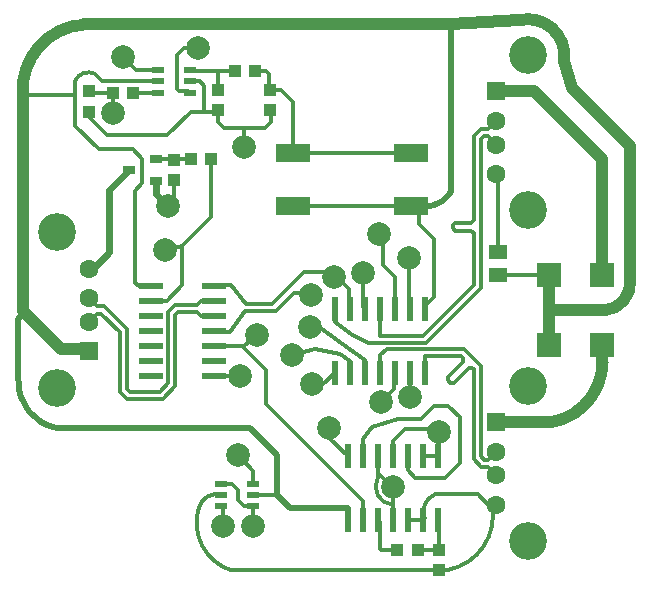
<source format=gbr>
G04 DipTrace 3.0.0.2*
G04 Top.gbr*
%MOIN*%
G04 #@! TF.FileFunction,Copper,L1,Top*
G04 #@! TF.Part,Single*
G04 #@! TA.AperFunction,Conductor*
%ADD14C,0.011811*%
%ADD15C,0.023622*%
%ADD16C,0.03937*%
%ADD18C,0.019685*%
%ADD20R,0.059055X0.051181*%
%ADD21R,0.03937X0.043307*%
%ADD23R,0.082677X0.082677*%
G04 #@! TA.AperFunction,ComponentPad*
%ADD24R,0.062992X0.062992*%
%ADD25C,0.062992*%
%ADD26C,0.125984*%
%ADD27R,0.043307X0.03937*%
%ADD30R,0.11811X0.059055*%
%ADD32R,0.041339X0.025591*%
%ADD34R,0.043307X0.023622*%
%ADD35R,0.023622X0.07874*%
%ADD36R,0.07874X0.023622*%
G04 #@! TA.AperFunction,ViaPad*
%ADD37C,0.07874*%
%FSLAX26Y26*%
G04*
G70*
G90*
G75*
G01*
G04 Top*
%LPD*%
X1314961Y1318110D2*
D14*
X1269685D1*
X1256496Y1331299D1*
X1237598D1*
X1194459D1*
X1184437Y1321277D1*
Y1084101D1*
X1143047Y1042711D1*
X1023860D1*
X1000000Y1066571D1*
Y1264005D1*
X937234Y1326772D1*
X923228D1*
X895669Y1299213D1*
X1314961Y1368110D2*
X1269685D1*
X1256496Y1354921D1*
X1237598D1*
X1184675D1*
X1160815Y1331062D1*
Y1093886D1*
X1133262Y1066333D1*
X1033644D1*
X1023622Y1076356D1*
Y1273790D1*
X947018Y1350394D1*
X923228D1*
X895669Y1377953D1*
X2253937Y866142D2*
X2226378Y838583D1*
X2214144D1*
X2202350Y850377D1*
Y1142196D1*
Y1151980D1*
X2160633Y1193698D1*
X2145669Y1208661D1*
X2015748D1*
X1891421D1*
X1865748Y1188669D1*
Y1129921D1*
X2253937Y787402D2*
X2226378Y814961D1*
X2204360D1*
X2178728Y840592D1*
Y1142196D1*
X2174552Y1146373D1*
X2163416D1*
X2112352Y1095307D1*
X2101215D1*
X2092864Y1103659D1*
Y1114794D1*
X2143929Y1165860D1*
Y1176995D1*
X2135885Y1185039D1*
X2015748D1*
Y1129921D1*
X2253937Y1968504D2*
X2226378Y1940945D1*
X2202588D1*
X2178728Y1917085D1*
Y1637894D1*
X2170854Y1630020D1*
X2118323D1*
X2110449Y1622146D1*
Y1610335D1*
X2118323Y1602461D1*
X2170854D1*
X2178728Y1594587D1*
Y1420797D1*
X2010885Y1252953D1*
X1866113D1*
X1865748Y1342520D1*
X2253937Y1889764D2*
X2226378Y1917323D1*
X2212373D1*
X2202350Y1907301D1*
Y1637894D1*
Y1594587D1*
Y1411012D1*
X2020669Y1229331D1*
X1866113D1*
X1828638D1*
X1771654Y1259843D1*
X1715748Y1300000D1*
Y1342520D1*
X1641732Y1090551D2*
X1676378D1*
X1715748Y1129921D1*
X1401575Y1118110D2*
X1314961D1*
X2062992Y933071D2*
X2062038Y959003D1*
Y859790D1*
X2059843Y850394D1*
X2062992Y933071D2*
Y940945D1*
X1948819D1*
X1909843Y901969D1*
Y850394D1*
X2009843D2*
X2059843D1*
X2259843Y1531496D2*
Y1785433D1*
X2253937Y1791339D1*
X1122047Y1767717D2*
D15*
Y1724409D1*
X1161417Y1685039D1*
X1181102Y1771654D2*
D14*
Y1704724D1*
X1161417Y1685039D1*
X2064961Y470472D2*
Y472441D1*
X2094488D1*
G03X2240157Y688976I-35433J181102D01*
G01*
X2253937D1*
X2228346D1*
X2192913Y724409D1*
X2051181D1*
G03X2015748Y643701I22638J-58071D01*
G01*
X2009843Y637795D1*
X1959843D1*
X1326772Y2003937D2*
Y1964567D1*
X1346457Y1944882D1*
X1413386D1*
X1484252D1*
X1503937Y1964567D1*
Y2000000D1*
X1500000Y2003937D1*
X1232283Y2100394D2*
X1265748D1*
X1279528Y2086614D1*
Y2000000D1*
X1322835D1*
X1326772Y2003937D1*
X897638Y2000000D2*
Y1980315D1*
X956693Y1921260D1*
X1157480D1*
X1236220Y2000000D1*
X1322835D1*
X1413386Y1881890D2*
Y1944882D1*
X2064961Y470472D2*
X1372047D1*
G02X1263780Y681102I51181J159449D01*
G01*
G02X1338583Y722441I58071J-16732D01*
G01*
X2253937Y964567D2*
D16*
X2438029D1*
G03X2605176Y1205504I-34235J202196D01*
G01*
X2608268Y1220472D1*
X1314961Y1268110D2*
D14*
X1316214Y1264322D1*
X1366507D1*
X1417297Y1334646D1*
X1519685D1*
X1578740Y1393701D1*
X1637795D1*
Y1389764D1*
X1811024Y1460630D2*
Y1347244D1*
X1815748Y1342520D1*
X1870079Y1031496D2*
X1913386Y1074803D1*
Y1127559D1*
X1915748Y1129921D1*
X2608268Y1456693D2*
D16*
Y1840551D1*
X2381890Y2066929D1*
X2253937D1*
X1314961Y1418110D2*
D14*
Y1421260D1*
X1370079D1*
X1421260Y1358268D1*
X1507874D1*
X1614173Y1464567D1*
X1724409D1*
X1712598Y1452756D1*
Y1448819D1*
X1724409D1*
X1763780Y1409449D1*
Y1344488D1*
X1765748Y1342520D1*
X1968504Y1047244D2*
Y1127165D1*
X1965748Y1129921D1*
X895669Y1476378D2*
D15*
X909449D1*
X964567Y1531496D1*
Y1738189D1*
X1031496Y1805118D1*
X1450787Y2135827D2*
D14*
X1486220D1*
X1496063Y2125984D1*
Y2074803D1*
X1500000Y2070866D1*
X1575392Y1861009D2*
Y2030907D1*
X1535433Y2070866D1*
X1500000D1*
X1575392Y1861009D2*
X1969093D1*
X1383858Y2135827D2*
X1332677D1*
X1326772Y2129921D1*
Y2070866D1*
X1332677Y2135827D2*
X1232283D1*
Y2137795D1*
X1959843Y850394D2*
Y803937D1*
X1984252Y779528D1*
X2083867D1*
X2133858Y829518D1*
Y980315D1*
X2094488Y1019685D1*
X2047244D1*
X2002808Y975249D1*
X1925444D1*
X1841888Y948765D1*
X1818932Y920706D1*
X1811024Y909449D1*
Y851575D1*
X1809843Y850394D1*
X1859843D2*
Y792126D1*
X1861163Y782219D1*
G03X1909449Y688976I52709J-31828D01*
G01*
X1909843Y637795D1*
X1125984Y2137795D2*
X1055118D1*
X1011811Y2181102D1*
X1859843Y792126D2*
X1862882Y790661D1*
X1905512Y748031D1*
X1909449D1*
X1909843Y637795D2*
Y747638D1*
X1909449Y748031D1*
X1259843Y2212598D2*
X1212598D1*
X1188976Y2188976D1*
Y2074803D1*
X1196850Y2066929D1*
X1228346D1*
X1232283Y2062992D1*
X1696850Y944882D2*
Y913386D1*
X1759843Y850394D1*
X976378Y2062992D2*
X897638D1*
Y2066929D1*
X1342520Y618110D2*
Y681102D1*
X1338583Y685039D1*
X976378Y1996063D2*
Y2062992D1*
X1125984D2*
X1043307D1*
X1444882Y685039D2*
X1413386D1*
X1393701Y704724D1*
Y740157D1*
X1374016Y759843D1*
X1338583D1*
X1444882Y685039D2*
Y618110D1*
X1964567Y1511811D2*
Y1343701D1*
X1965748Y1342520D1*
X1815748Y1129921D2*
Y1172441D1*
X1761689Y1210961D1*
X1675075Y1273953D1*
X1633858Y1283465D1*
X1444882Y759843D2*
Y803150D1*
X1393701Y854331D1*
X1862205Y1590551D2*
X1877953D1*
Y1488189D1*
X1917323Y1448819D1*
Y1342520D1*
X1915748D1*
X1765748Y1129921D2*
Y1167323D1*
X1732283Y1192913D1*
X1650045Y1208223D1*
X1574803Y1188976D1*
X1925197Y539370D2*
X1870079D1*
X1866142Y543307D1*
Y631496D1*
X1859843Y637795D1*
X1992126Y539370D2*
X2062992D1*
X2064961Y537402D1*
Y632677D1*
X2059843Y637795D1*
X1314961Y1218110D2*
X1407874D1*
X1485811Y1140173D1*
Y1026000D1*
X1809843Y701969D1*
Y637795D1*
X1102362Y1368110D2*
Y1370079D1*
X1157480D1*
X1208661Y1421260D1*
Y1552988D1*
X1303150Y1647476D1*
Y1842520D1*
X1149606Y1539370D2*
X1208661Y1552988D1*
X1456693Y1255906D2*
X1452756D1*
X1414961Y1218110D1*
X1407874D1*
X1236220Y1842520D2*
X1185039D1*
X1181102Y1838583D1*
X1122047Y1842520D2*
X1177165D1*
X1181102Y1838583D1*
X2431102Y1456693D2*
D16*
Y1337001D1*
Y1220472D1*
X2259843Y1456693D2*
D14*
X2431102D1*
X1575392Y1683844D2*
X1923228D1*
X1969093D1*
X2431102Y1337001D2*
D16*
X2614173D1*
G03X2700787Y1441466I-6481J93513D01*
G01*
Y1884531D1*
X2505576Y2079743D1*
X2480315Y2169291D1*
G03X2328839Y2303816I-120225J17169D01*
G01*
X2103825Y2290551D1*
X880709D1*
G03X675984Y2055500I15163J-219888D01*
G01*
Y1335827D1*
X803150Y1208661D1*
X887795D1*
X895669Y1200787D1*
X1759843Y637795D2*
D18*
Y677165D1*
X1566929D1*
X1523622Y720472D1*
Y854331D1*
X1433071Y944882D1*
X791339D1*
G02X661976Y1104139I26185J153438D01*
G01*
Y1307722D1*
X683033Y1328778D1*
D16*
X675984Y1335827D1*
X1102362Y1418110D2*
D14*
X1062205D1*
X1051181Y1429134D1*
Y1736717D1*
X1074803Y1760339D1*
Y1842520D1*
X1043307Y1874016D1*
X929134D1*
X850394Y1952756D1*
Y2055500D1*
Y2102362D1*
G02X917323Y2125984I45276J-21654D01*
G01*
X940945Y2102362D1*
X1125984D1*
Y2100394D1*
X1923228Y1683844D2*
X1996063D1*
Y1625984D1*
X2047244Y1574803D1*
Y1381890D1*
X2015748Y1350394D1*
Y1342520D1*
X1969093Y1683844D2*
D18*
Y1697593D1*
G03X2103406Y1731748I50079J84233D01*
G01*
X2103825Y2290551D1*
X675984Y2055500D2*
D14*
X850394D1*
X1523622Y720472D2*
X1444882Y722441D1*
D37*
X1401575Y1118110D3*
X1641732Y1090551D3*
X2062992Y933071D3*
X1161417Y1685039D3*
X1413386Y1881890D3*
X1444882Y618110D3*
X1393701Y854331D3*
X1862205Y1590551D3*
X1964567Y1511811D3*
X1633858Y1283465D3*
X1574803Y1188976D3*
X1011811Y2181102D3*
X1259843Y2212598D3*
X1909449Y748031D3*
X1696850Y944882D3*
X1456693Y1255906D3*
X1149606Y1539370D3*
X1968504Y1047244D3*
X1870079Y1031496D3*
X1712598Y1448819D3*
X1811024Y1460630D3*
X1637795Y1389764D3*
X1342520Y618110D3*
X976378Y1996063D3*
D20*
X2259843Y1531496D3*
Y1456693D3*
D21*
X1326772Y2070866D3*
Y2003937D3*
X897638Y2066929D3*
Y2000000D3*
X2064961Y537402D3*
Y470472D3*
D23*
X2431102Y1220472D3*
X2608268D3*
X2431102Y1456693D3*
X2608268D3*
D24*
X2253937Y964567D3*
D25*
Y866142D3*
Y787402D3*
Y688976D3*
D26*
X2360236Y1085433D3*
Y568110D3*
D24*
X2253937Y2066929D3*
D25*
Y1968504D3*
Y1889764D3*
Y1791339D3*
D26*
X2360236Y2187795D3*
Y1670472D3*
D24*
X895669Y1200787D3*
D25*
Y1299213D3*
Y1377953D3*
Y1476378D3*
D26*
X789370Y1079921D3*
Y1597244D3*
D21*
X1500000Y2003937D3*
Y2070866D3*
D27*
X1383858Y2135827D3*
X1450787D3*
X976378Y2062992D3*
X1043307D3*
X1925197Y539370D3*
X1992126D3*
X1303150Y1842520D3*
X1236220D3*
D21*
X1181102Y1771654D3*
Y1838583D3*
D30*
X1575392Y1683844D3*
X1969093D3*
X1575392Y1861009D3*
X1969093D3*
D32*
X1122047Y1842520D3*
Y1767717D3*
X1031496Y1805118D3*
D34*
X1232283Y2137795D3*
Y2100394D3*
Y2062992D3*
X1125984D3*
Y2100394D3*
Y2137795D3*
X1338583Y685039D3*
Y722441D3*
Y759843D3*
X1444882D3*
Y722441D3*
Y685039D3*
D35*
X1759843Y850394D3*
X1809843D3*
X1859843D3*
X1909843D3*
X1959843D3*
X2009843D3*
X2059843D3*
Y637795D3*
X2009843D3*
X1959843D3*
X1909843D3*
X1859843D3*
X1809843D3*
X1759843D3*
X2015748Y1129921D3*
X1965748D3*
X1915748D3*
X1865748D3*
X1815748D3*
X1765748D3*
X1715748D3*
Y1342520D3*
X1765748D3*
X1815748D3*
X1865748D3*
X1915748D3*
X1965748D3*
X2015748D3*
D36*
X1314961Y1418110D3*
Y1368110D3*
Y1318110D3*
Y1268110D3*
Y1218110D3*
Y1168110D3*
Y1118110D3*
X1102362D3*
Y1168110D3*
Y1218110D3*
Y1268110D3*
Y1318110D3*
Y1368110D3*
Y1418110D3*
M02*

</source>
